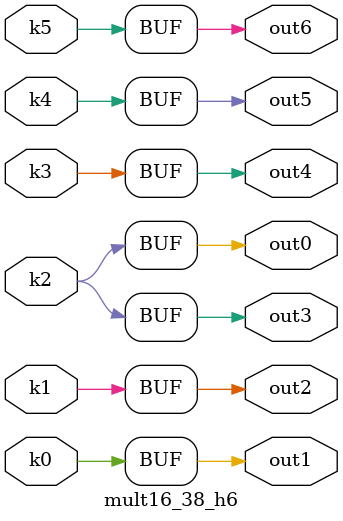
<source format=v>
module mult16_38(pi00, pi01, pi02, pi03, pi04, pi05, pi06, pi07, pi08, pi09, pi10, pi11, po0, po1, po2, po3, po4, po5, po6);
input pi00, pi01, pi02, pi03, pi04, pi05, pi06, pi07, pi08, pi09, pi10, pi11;
output po0, po1, po2, po3, po4, po5, po6;
wire k0, k1, k2, k3, k4, k5;
mult16_38_w6 DUT1 (pi00, pi01, pi02, pi03, pi04, pi05, pi06, pi07, pi08, pi09, pi10, pi11, k0, k1, k2, k3, k4, k5);
mult16_38_h6 DUT2 (k0, k1, k2, k3, k4, k5, po0, po1, po2, po3, po4, po5, po6);
endmodule

module mult16_38_w6(in11, in10, in9, in8, in7, in6, in5, in4, in3, in2, in1, in0, k5, k4, k3, k2, k1, k0);
input in11, in10, in9, in8, in7, in6, in5, in4, in3, in2, in1, in0;
output k5, k4, k3, k2, k1, k0;
assign k0 =   (~in1 | ((~in8 | ~in4) & (~in7 | ~in5))) & (~in8 | ~in4 | ~in7 | ~in5);
assign k1 =   (~in7 | ((~in5 | ((in1 | ((~in9 | (~in0 & (~in6 | in8 | ~in4))) & (~in6 | (~in0 & (~in8 | in4))) & (~in0 | (in8 & in4)))) & (~in8 | ~in4 | ~in1 | (~in9 & ~in6 & ~in0)))) & (~in9 | ~in6 | ~in4 | (~in0 & (in5 | (~in8 ^ in1)))))) & (in7 | ((~in9 | ~in5 | ((~in0 | ~in1) & (~in8 | ~in4 | in1))) & (~in0 | ((~in8 | ~in4 | in1) & (~in1 | (in8 & in4)))))) & (~in0 | ((~in8 | ((~in6 | in4 | ~in1) & (~in4 | in5 | in1))) & (in5 | ~in1 | (in8 & in4))));
assign k2 =   ((in1 ^ in0) & ((in4 & ((in8 & ((in5 & ((~in3 & ((in6 & ((in10 & (~in7 ^ in2)) | (in9 & in7))) | (~in6 & ((~in10 & ~in7 & in2) | (~in9 & in7 & ~in2))) | (in9 & ~in7 & ~in2))) | (~in10 & in7 & in2 & in3 & (~in9 | ~in6)))) | (~in5 & (((~in10 | ~in9) & ((~in7 & ~in2 & in3) | (in6 & in7 & in2 & ~in3))) | (in3 & ((~in9 & (~in6 | (~in10 & ~in7))) | (~in6 & ~in2))))) | (~in2 & in3 & (in9 ? (~in6 & in7) : (in6 ? ~in10 : ~in7))))) | (in9 & ((in5 & ((in6 & (in7 ? (~in2 & ~in3) : (in2 & in3))) | (in7 & ~in3 & ((in10 & (in2 ? ~in6 : ~in8)) | (~in6 & ~in8 & in2))) | (in10 & ~in7 & in3 & (~in8 | in2)))) | (~in8 & in3 & ((in6 & ((in7 & ~in5) | (in10 & in2))) | (in2 & (~in7 | ~in5)))))) | (~in9 & in5 & (in7 ? (in3 & (in6 ^ in2)) : (in2 & ~in3))))) | (~in8 & ((in5 & ((in7 & ((~in10 & (in6 ? (in2 & ~in3) : (~in2 & in3))) | (in3 & ((~in4 & (~in6 | ~in2)) | (~in9 & ~in2))))) | (in6 & in2 & ~in3 & (~in9 | ~in4)))) | (~in3 & ((~in5 & ((~in6 & ~in2) | (~in9 & (~in6 | ~in2)))) | (~in7 & (~in9 | ~in4 | (~in10 & ~in2))))) | (in6 & in7 & ~in5 & in2 & in3))) | (~in3 & ((~in4 & ((~in9 & ((~in7 & ~in2) | (in6 & in7 & in5 & in2))) | (in8 & in7 & (in6 ^ in2)) | (~in6 & (~in5 | (~in7 & ~in2))) | (~in5 & (~in7 | ~in2)))) | (in8 & ((~in5 & ((in10 & in6 & (in7 ^ in2)) | (in9 & in2 & (~in6 | ~in7)))) | (in7 & ~in2 & in9 & in6))) | (in10 & in9 & in6 & ~in7 & ~in5 & ~in2))) | (in3 & ((~in4 & ((in5 & ((in8 & ((~in7 & in2) | (in9 & in6 & (~in7 | in2)))) | (~in6 & in7 & ~in2))) | (in6 & in7 & ~in5 & in2))) | (in10 & in9 & in6 & in7 & ~in5 & in2))))) | ((~in1 ^ in0) & ((in4 & ((in8 & ((in5 & ((in3 & ((in6 & ((in10 & (~in7 ^ in2)) | (in9 & in7))) | (~in6 & ((~in10 & ~in7 & in2) | (~in9 & in7 & ~in2))) | (in9 & ~in7 & ~in2))) | (~in10 & in7 & in2 & ~in3 & (~in9 | ~in6)))) | (~in5 & (((~in10 | ~in9) & ((in6 & in7 & in2 & in3) | (~in7 & ~in2 & ~in3))) | (~in3 & ((~in9 & (~in6 | (~in10 & ~in7))) | (~in6 & ~in2))))) | (~in2 & ~in3 & (in9 ? (~in6 & in7) : (in6 ? ~in10 : ~in7))))) | (in9 & ((in5 & ((in6 & (in7 ? (~in2 & in3) : (in2 & ~in3))) | (in7 & in3 & ((in10 & (in2 ? ~in6 : ~in8)) | (~in6 & ~in8 & in2))) | (in10 & ~in7 & ~in3 & (~in8 | in2)))) | (~in8 & ~in3 & ((in6 & ((in7 & ~in5) | (in10 & in2))) | (in2 & (~in7 | ~in5)))))) | (~in9 & in5 & (in7 ? (~in3 & (in6 ^ in2)) : (in2 & in3))))) | (~in8 & ((in5 & ((in7 & ((~in10 & (in6 ? (in2 & in3) : (~in2 & ~in3))) | (~in3 & ((~in4 & (~in6 | ~in2)) | (~in9 & ~in2))))) | (in6 & in2 & in3 & (~in9 | ~in4)))) | (in3 & ((~in5 & ((~in6 & ~in2) | (~in9 & (~in6 | ~in2)))) | (~in7 & (~in9 | ~in4 | (~in10 & ~in2))))) | (in6 & in7 & ~in5 & in2 & ~in3))) | (in3 & ((~in4 & ((~in9 & ((~in7 & ~in2) | (in6 & in7 & in5 & in2))) | (in8 & in7 & (in6 ^ in2)) | (~in6 & (~in5 | (~in7 & ~in2))) | (~in5 & (~in7 | ~in2)))) | (in8 & ((~in5 & ((in10 & in6 & (in7 ^ in2)) | (in9 & in2 & (~in6 | ~in7)))) | (in7 & ~in2 & in9 & in6))) | (in10 & in9 & in6 & ~in7 & ~in5 & ~in2))) | (~in3 & ((~in4 & ((in5 & ((in8 & ((~in7 & in2) | (in9 & in6 & (~in7 | in2)))) | (~in6 & in7 & ~in2))) | (in6 & in7 & ~in5 & in2))) | (in10 & in9 & in6 & in7 & ~in5 & in2)))));
assign k3 =   ((in7 ? (in6 & ~in2) : in2) & ((~in8 & (~in9 | (in10 & in5))) | (~in5 & (~in4 | (~in10 & ~in9))))) | (in4 & ((in9 & ((~in5 & ((~in8 & (in7 ? (in6 & in2) : ~in2)) | (~in2 & (~in6 | (in10 & in8 & in7))))) | (in6 & (in7 ^ ~in2) & (~in10 | (in8 & in5))) | (~in10 & ~in6 & (in8 ? (in5 & in2) : ~in2)))) | (in6 & ((in5 & (in10 ? (~in9 & (in7 ^ in2)) : (in8 & (in7 ^ ~in2)))) | (in10 & in8 & ~in9 & ~in7 & ~in5 & ~in2))) | (in10 & in8 & ~in9 & in7 & ~in5 & in2))) | (~in4 & ((in6 & ((in9 & (in7 ^ in2)) | (in8 & ~in9 & in7 & in5 & in2))) | (in8 & in5 & ~in2 & (~in6 | (~in9 & ~in7))) | (~in6 & in2 & (~in8 | ~in5)))) | (~in6 & ((in5 & ((in10 & (in8 ^ in2)) | (in8 & ~in9 & ~in2))) | (~in9 & in2 & (~in8 | ~in5)))) | (in10 & in8 & in9 & in6 & in2 & ~in7 & ~in5);
assign k4 =   ((~in8 | ~in6) & ((in10 & in4 & (~in9 | ~in5)) | (in9 & in5 & (~in10 | ~in4)))) | (in8 & in6 & (((~in9 | ~in5) & (~in10 | ~in4)) | (in10 & in9 & in5 & in4)));
assign k5 =   (~in11 | ~in5) & (~in6 | ~in10);
endmodule

module mult16_38_h6(k5, k4, k3, k2, k1, k0, out6, out5, out4, out3, out2, out1, out0);
input k5, k4, k3, k2, k1, k0;
output out6, out5, out4, out3, out2, out1, out0;
assign out0 = k2;
assign out1 = k0;
assign out2 = k1;
assign out3 = k2;
assign out4 = k3;
assign out5 = k4;
assign out6 = k5;
endmodule

</source>
